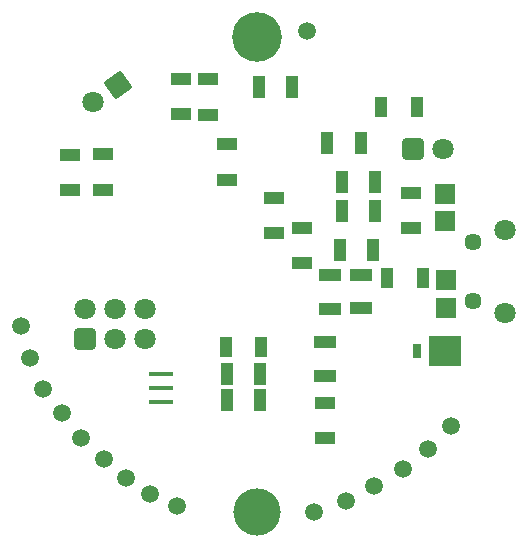
<source format=gbs>
G04*
G04 #@! TF.GenerationSoftware,Altium Limited,Altium Designer,18.1.7 (191)*
G04*
G04 Layer_Color=16711935*
%FSLAX43Y43*%
%MOMM*%
G71*
G01*
G75*
%ADD14R,2.000X0.400*%
%ADD15R,1.870X1.030*%
%ADD29R,1.750X1.700*%
%ADD30C,1.800*%
G04:AMPARAMS|DCode=31|XSize=1.8mm|YSize=1.8mm|CornerRadius=0.225mm|HoleSize=0mm|Usage=FLASHONLY|Rotation=215.000|XOffset=0mm|YOffset=0mm|HoleType=Round|Shape=RoundedRectangle|*
%AMROUNDEDRECTD31*
21,1,1.800,1.350,0,0,215.0*
21,1,1.350,1.800,0,0,215.0*
1,1,0.450,-0.940,0.166*
1,1,0.450,0.166,0.940*
1,1,0.450,0.940,-0.166*
1,1,0.450,-0.166,-0.940*
%
%ADD31ROUNDEDRECTD31*%
G04:AMPARAMS|DCode=32|XSize=1.8mm|YSize=1.8mm|CornerRadius=0.225mm|HoleSize=0mm|Usage=FLASHONLY|Rotation=0.000|XOffset=0mm|YOffset=0mm|HoleType=Round|Shape=RoundedRectangle|*
%AMROUNDEDRECTD32*
21,1,1.800,1.350,0,0,0.0*
21,1,1.350,1.800,0,0,0.0*
1,1,0.450,0.675,-0.675*
1,1,0.450,-0.675,-0.675*
1,1,0.450,-0.675,0.675*
1,1,0.450,0.675,0.675*
%
%ADD32ROUNDEDRECTD32*%
%ADD33C,1.450*%
%ADD34C,1.500*%
%ADD35C,4.000*%
%ADD36C,4.203*%
%ADD41R,2.670X2.540*%
%ADD42R,0.762X1.270*%
%ADD43R,1.800X1.050*%
%ADD44R,1.050X1.800*%
%ADD45R,1.030X1.870*%
D14*
X134650Y58476D02*
D03*
Y57276D02*
D03*
Y56076D02*
D03*
D15*
X148925Y64005D02*
D03*
Y66845D02*
D03*
X151525Y64030D02*
D03*
Y66870D02*
D03*
X148500Y58355D02*
D03*
Y61195D02*
D03*
D29*
X158650Y71454D02*
D03*
Y73754D02*
D03*
X158721Y64101D02*
D03*
Y66401D02*
D03*
D30*
X128875Y81500D02*
D03*
X130725Y64015D02*
D03*
X133265D02*
D03*
Y61475D02*
D03*
X130725D02*
D03*
X128185Y64015D02*
D03*
X158490Y77575D02*
D03*
X163750Y70650D02*
D03*
Y63650D02*
D03*
D31*
X130956Y82957D02*
D03*
D32*
X128185Y61475D02*
D03*
X155950Y77575D02*
D03*
D33*
X161050Y64650D02*
D03*
Y69650D02*
D03*
D34*
X123550Y59850D02*
D03*
X122800Y62540D02*
D03*
X129775Y51269D02*
D03*
X124663Y57200D02*
D03*
X127875Y53075D02*
D03*
X126250Y55150D02*
D03*
X131625Y49675D02*
D03*
X133675Y48362D02*
D03*
X135947Y47300D02*
D03*
X147608Y46775D02*
D03*
X150275Y47725D02*
D03*
X152675Y49025D02*
D03*
X155075Y50450D02*
D03*
X157250Y52100D02*
D03*
X146950Y87500D02*
D03*
X159200Y54100D02*
D03*
D35*
X142779Y46775D02*
D03*
D36*
Y86994D02*
D03*
D41*
X158675Y60463D02*
D03*
D42*
X156324D02*
D03*
D43*
X129673Y77100D02*
D03*
Y74100D02*
D03*
X155787Y70833D02*
D03*
Y73833D02*
D03*
X140200Y74925D02*
D03*
Y77925D02*
D03*
X138600Y83425D02*
D03*
Y80425D02*
D03*
X126873Y77050D02*
D03*
Y74050D02*
D03*
X136325Y80475D02*
D03*
Y83475D02*
D03*
X148500Y56025D02*
D03*
Y53025D02*
D03*
X144150Y70400D02*
D03*
Y73400D02*
D03*
X146525Y67875D02*
D03*
Y70875D02*
D03*
D44*
X153770Y66650D02*
D03*
X156770D02*
D03*
X156275Y81125D02*
D03*
X153275D02*
D03*
X143100Y60775D02*
D03*
X140100D02*
D03*
D45*
X145720Y82775D02*
D03*
X142880D02*
D03*
X152595Y69000D02*
D03*
X149755D02*
D03*
X149911Y72275D02*
D03*
X152751D02*
D03*
X149913Y74752D02*
D03*
X152753D02*
D03*
X148705Y78000D02*
D03*
X151545D02*
D03*
X143020Y56275D02*
D03*
X140180D02*
D03*
X143020Y58525D02*
D03*
X140180D02*
D03*
M02*

</source>
